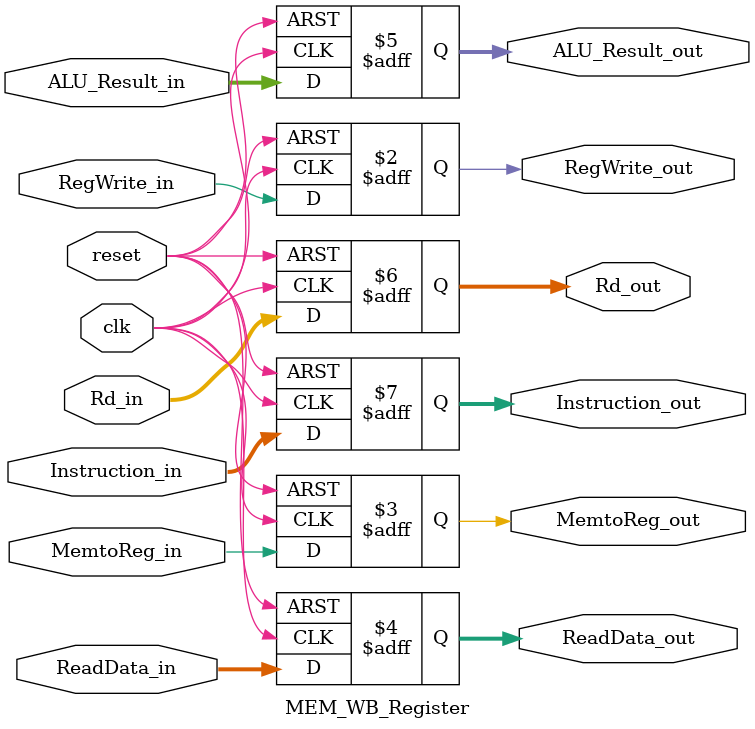
<source format=v>
`timescale 1ns / 1ps
module MEM_WB_Register(
    input clk,
    input reset,
    
    // ===== Control Signals In =====
    input RegWrite_in,
    input MemtoReg_in,
    
    // ===== Data In =====
    input [63:0] ReadData_in,      // Data from memory
    input [63:0] ALU_Result_in,    // ALU result
    input [4:0] Rd_in,             // Destination register
    input [31:0] Instruction_in,
    
    // ===== Control Signals Out =====
    output reg RegWrite_out,
    output reg MemtoReg_out,
    
    // ===== Data Out =====
    output reg [63:0] ReadData_out,
    output reg [63:0] ALU_Result_out,
    output reg [4:0] Rd_out,
    output reg [31:0] Instruction_out
);
    always @(posedge clk or posedge reset) begin
        if (reset) begin
            // Clear everything on reset
            RegWrite_out <= 1'b0;
            MemtoReg_out <= 1'b0;
            ReadData_out <= 64'd0;
            ALU_Result_out <= 64'd0;
            Rd_out <= 5'd0;
            Instruction_out <= 32'd0;  // FIXED: Added this line
        end
        else begin
            // Normal operation
            RegWrite_out <= RegWrite_in;
            MemtoReg_out <= MemtoReg_in;
            ReadData_out <= ReadData_in;
            ALU_Result_out <= ALU_Result_in;
            Rd_out <= Rd_in;
            Instruction_out <= Instruction_in;
        end
    end
endmodule
</source>
